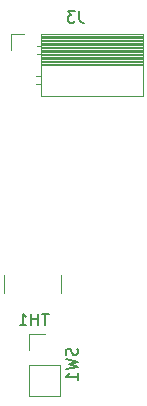
<source format=gbr>
G04 #@! TF.GenerationSoftware,KiCad,Pcbnew,6.0.0-rc1-unknown-dffa399~84~ubuntu16.04.1*
G04 #@! TF.CreationDate,2019-01-25T19:03:02+01:00
G04 #@! TF.ProjectId,mySensors_door_switch,6d795365-6e73-46f7-9273-5f646f6f725f,1.0*
G04 #@! TF.SameCoordinates,Original*
G04 #@! TF.FileFunction,Legend,Bot*
G04 #@! TF.FilePolarity,Positive*
%FSLAX46Y46*%
G04 Gerber Fmt 4.6, Leading zero omitted, Abs format (unit mm)*
G04 Created by KiCad (PCBNEW 6.0.0-rc1-unknown-dffa399~84~ubuntu16.04.1) date pią, 25 sty 2019, 19:03:02*
%MOMM*%
%LPD*%
G04 APERTURE LIST*
%ADD10C,0.120000*%
%ADD11C,0.150000*%
G04 APERTURE END LIST*
D10*
X104343000Y-97274200D02*
X103013000Y-97274200D01*
X103013000Y-97274200D02*
X103013000Y-98604200D01*
X103013000Y-99874200D02*
X103013000Y-102474200D01*
X105673000Y-102474200D02*
X103013000Y-102474200D01*
X105673000Y-99874200D02*
X105673000Y-102474200D01*
X105673000Y-99874200D02*
X103013000Y-99874200D01*
X102565000Y-71874200D02*
X101455000Y-71874200D01*
X101455000Y-71874200D02*
X101455000Y-73204200D01*
X112655000Y-71874200D02*
X112655000Y-77074200D01*
X112655000Y-77074200D02*
X104025000Y-77074200D01*
X104025000Y-71874200D02*
X104025000Y-77074200D01*
X112655000Y-71874200D02*
X104025000Y-71874200D01*
X112655000Y-74474200D02*
X104025000Y-74474200D01*
X104025000Y-76104200D02*
X103615000Y-76104200D01*
X104025000Y-75384200D02*
X103615000Y-75384200D01*
X104025000Y-73564200D02*
X103675000Y-73564200D01*
X104025000Y-72844200D02*
X103675000Y-72844200D01*
X112655000Y-74356100D02*
X104025000Y-74356100D01*
X112655000Y-74238005D02*
X104025000Y-74238005D01*
X112655000Y-74119910D02*
X104025000Y-74119910D01*
X112655000Y-74001815D02*
X104025000Y-74001815D01*
X112655000Y-73883720D02*
X104025000Y-73883720D01*
X112655000Y-73765625D02*
X104025000Y-73765625D01*
X112655000Y-73647530D02*
X104025000Y-73647530D01*
X112655000Y-73529435D02*
X104025000Y-73529435D01*
X112655000Y-73411340D02*
X104025000Y-73411340D01*
X112655000Y-73293245D02*
X104025000Y-73293245D01*
X112655000Y-73175150D02*
X104025000Y-73175150D01*
X112655000Y-73057055D02*
X104025000Y-73057055D01*
X112655000Y-72938960D02*
X104025000Y-72938960D01*
X112655000Y-72820865D02*
X104025000Y-72820865D01*
X112655000Y-72702770D02*
X104025000Y-72702770D01*
X112655000Y-72584675D02*
X104025000Y-72584675D01*
X112655000Y-72466580D02*
X104025000Y-72466580D01*
X112655000Y-72348485D02*
X104025000Y-72348485D01*
X112655000Y-72230390D02*
X104025000Y-72230390D01*
X112655000Y-72112295D02*
X104025000Y-72112295D01*
X112655000Y-71994200D02*
X104025000Y-71994200D01*
X100917000Y-92239136D02*
X100917000Y-93793264D01*
X105737000Y-92239136D02*
X105737000Y-93793264D01*
D11*
X107079761Y-98490866D02*
X107127380Y-98633723D01*
X107127380Y-98871819D01*
X107079761Y-98967057D01*
X107032142Y-99014676D01*
X106936904Y-99062295D01*
X106841666Y-99062295D01*
X106746428Y-99014676D01*
X106698809Y-98967057D01*
X106651190Y-98871819D01*
X106603571Y-98681342D01*
X106555952Y-98586104D01*
X106508333Y-98538485D01*
X106413095Y-98490866D01*
X106317857Y-98490866D01*
X106222619Y-98538485D01*
X106175000Y-98586104D01*
X106127380Y-98681342D01*
X106127380Y-98919438D01*
X106175000Y-99062295D01*
X106127380Y-99395628D02*
X107127380Y-99633723D01*
X106413095Y-99824200D01*
X107127380Y-100014676D01*
X106127380Y-100252771D01*
X107127380Y-101157533D02*
X107127380Y-100586104D01*
X107127380Y-100871819D02*
X106127380Y-100871819D01*
X106270238Y-100776580D01*
X106365476Y-100681342D01*
X106413095Y-100586104D01*
X107278333Y-69886580D02*
X107278333Y-70600866D01*
X107325952Y-70743723D01*
X107421190Y-70838961D01*
X107564047Y-70886580D01*
X107659285Y-70886580D01*
X106897380Y-69886580D02*
X106278333Y-69886580D01*
X106611666Y-70267533D01*
X106468809Y-70267533D01*
X106373571Y-70315152D01*
X106325952Y-70362771D01*
X106278333Y-70458009D01*
X106278333Y-70696104D01*
X106325952Y-70791342D01*
X106373571Y-70838961D01*
X106468809Y-70886580D01*
X106754523Y-70886580D01*
X106849761Y-70838961D01*
X106897380Y-70791342D01*
X104690714Y-95532580D02*
X104119285Y-95532580D01*
X104405000Y-96532580D02*
X104405000Y-95532580D01*
X103785952Y-96532580D02*
X103785952Y-95532580D01*
X103785952Y-96008771D02*
X103214523Y-96008771D01*
X103214523Y-96532580D02*
X103214523Y-95532580D01*
X102214523Y-96532580D02*
X102785952Y-96532580D01*
X102500238Y-96532580D02*
X102500238Y-95532580D01*
X102595476Y-95675438D01*
X102690714Y-95770676D01*
X102785952Y-95818295D01*
M02*

</source>
